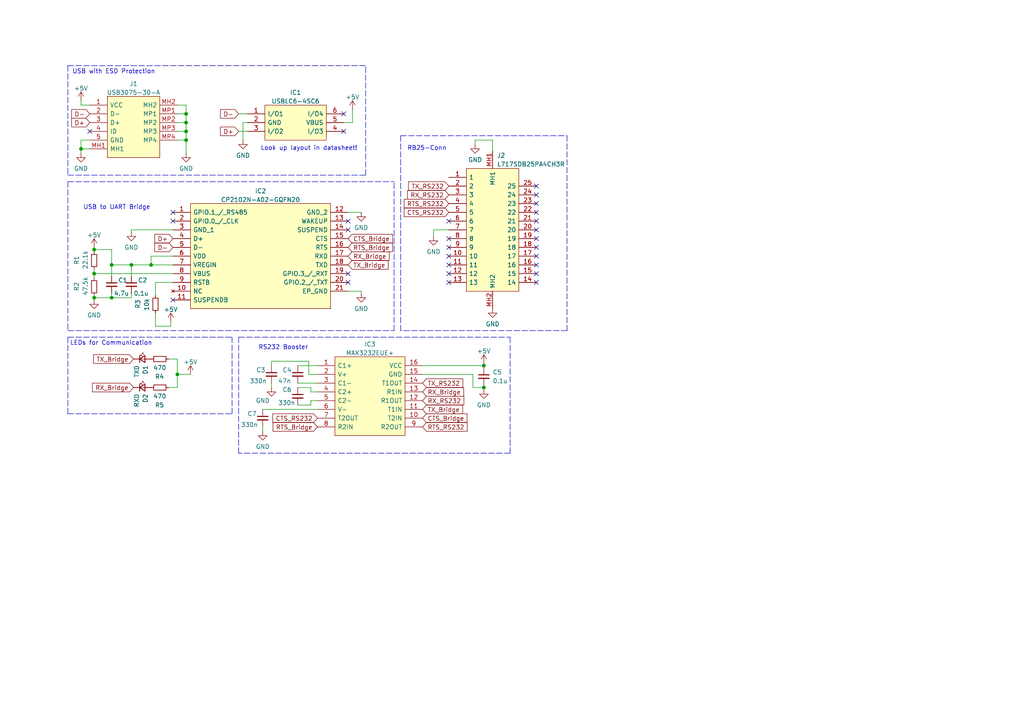
<source format=kicad_sch>
(kicad_sch (version 20211123) (generator eeschema)
  (paper "A4")
  (lib_symbols
    (symbol "Device:C_Small" (pin_numbers hide) (pin_names (offset 0.254) hide)
      (property "Reference" "C" (at 0.254 1.778 0))
      (property "Value" "C_Small" (at 0.254 -2.032 0))
      (symbol "C_Small_0_1"
        (polyline (pts (xy -1.524 -0.508) (xy 1.524 -0.508)) (stroke (width 0.3302)))
        (polyline (pts (xy -1.524 0.508) (xy 1.524 0.508)) (stroke (width 0.3048)))
      )
      (symbol "C_Small_1_1"
        (pin passive line (at 0 2.54 270) (length 2.032) (name "~") (number "1"))
        (pin passive line (at 0 -2.54 90) (length 2.032) (name "~") (number "2"))
      )
    )
    (symbol "Device:LED_Small" (pin_numbers hide) (pin_names (offset 0.254) hide)
      (property "Reference" "D" (at -1.27 3.175 0))
      (property "Value" "LED_Small" (at -4.445 -2.54 0))
      (symbol "LED_Small_0_1"
        (polyline (pts (xy -0.762 -1.016) (xy -0.762 1.016)) (stroke (width 0.254)))
        (polyline (pts (xy 1.016 0) (xy -0.762 0)))
        (polyline (pts (xy 0.762 -1.016) (xy -0.762 0) (xy 0.762 1.016) (xy 0.762 -1.016)) (stroke (width 0.254)))
        (polyline (pts (xy 0 0.762) (xy -0.508 1.27) (xy -0.254 1.27) (xy -0.508 1.27) (xy -0.508 1.016)))
        (polyline (pts (xy 0.508 1.27) (xy 0 1.778) (xy 0.254 1.778) (xy 0 1.778) (xy 0 1.524)))
      )
      (symbol "LED_Small_1_1"
        (pin passive line (at -2.54 0 0) (length 1.778) (name "K") (number "1"))
        (pin passive line (at 2.54 0 180) (length 1.778) (name "A") (number "2"))
      )
    )
    (symbol "Device:R_Small" (pin_numbers hide) (pin_names (offset 0.254) hide)
      (property "Reference" "R" (at 0.762 0.508 0))
      (property "Value" "R_Small" (at 0.762 -1.016 0))
      (symbol "R_Small_0_1"
        (rectangle (start -0.762 1.778) (end 0.762 -1.778) (stroke (width 0.2032)))
      )
      (symbol "R_Small_1_1"
        (pin passive line (at 0 2.54 270) (length 0.762) (name "~") (number "1"))
        (pin passive line (at 0 -2.54 90) (length 0.762) (name "~") (number "2"))
      )
    )
    (symbol "SamacSys_Parts:CP2102N-A02-GQFN20" (pin_names (offset 0.762))
      (property "Reference" "IC" (at 46.99 7.62 0))
      (property "Value" "CP2102N-A02-GQFN20" (at 46.99 5.08 0))
      (symbol "CP2102N-A02-GQFN20_0_0"
        (pin passive line (at 0 0 0) (length 5.08) (name "GPIO.1_/_RS485") (number "1"))
        (pin no_connect line (at 0 -22.86 0) (length 5.08) (name "NC") (number "10"))
        (pin passive line (at 0 -25.4 0) (length 5.08) (name "SUSPENDB") (number "11"))
        (pin passive line (at 50.8 0 180) (length 5.08) (name "GND_2") (number "12"))
        (pin passive line (at 50.8 -2.54 180) (length 5.08) (name "WAKEUP") (number "13"))
        (pin passive line (at 50.8 -5.08 180) (length 5.08) (name "SUSPEND") (number "14"))
        (pin passive line (at 50.8 -7.62 180) (length 5.08) (name "CTS") (number "15"))
        (pin passive line (at 50.8 -10.16 180) (length 5.08) (name "RTS") (number "16"))
        (pin passive line (at 50.8 -12.7 180) (length 5.08) (name "RXD") (number "17"))
        (pin passive line (at 50.8 -15.24 180) (length 5.08) (name "TXD") (number "18"))
        (pin passive line (at 50.8 -17.78 180) (length 5.08) (name "GPIO.3_/_RXT") (number "19"))
        (pin passive line (at 0 -2.54 0) (length 5.08) (name "GPIO.0_/_CLK") (number "2"))
        (pin passive line (at 50.8 -20.32 180) (length 5.08) (name "GPIO.2_/_TXT") (number "20"))
        (pin passive line (at 50.8 -22.86 180) (length 5.08) (name "EP_GND") (number "21"))
        (pin passive line (at 0 -5.08 0) (length 5.08) (name "GND_1") (number "3"))
        (pin passive line (at 0 -7.62 0) (length 5.08) (name "D+") (number "4"))
        (pin passive line (at 0 -10.16 0) (length 5.08) (name "D-") (number "5"))
        (pin passive line (at 0 -12.7 0) (length 5.08) (name "VDD") (number "6"))
        (pin passive line (at 0 -15.24 0) (length 5.08) (name "VREGIN") (number "7"))
        (pin passive line (at 0 -17.78 0) (length 5.08) (name "VBUS") (number "8"))
        (pin passive line (at 0 -20.32 0) (length 5.08) (name "RSTB") (number "9"))
      )
      (symbol "CP2102N-A02-GQFN20_0_1"
        (polyline (pts (xy 5.08 2.54) (xy 45.72 2.54) (xy 45.72 -27.94) (xy 5.08 -27.94) (xy 5.08 2.54)) (stroke (width 0.1524)) (fill (type background)))
      )
    )
    (symbol "SamacSys_Parts:L717SDB25PA4CH3R" (pin_names (offset 0.762))
      (property "Reference" "J" (at 41.91 12.7 0))
      (property "Value" "L717SDB25PA4CH3R" (at 41.91 10.16 0))
      (symbol "L717SDB25PA4CH3R_0_0"
        (pin passive line (at 38.1 12.7 270) (length 5.08) (name "1") (number "1"))
        (pin passive line (at 15.24 12.7 270) (length 5.08) (name "10") (number "10"))
        (pin passive line (at 12.7 12.7 270) (length 5.08) (name "11") (number "11"))
        (pin passive line (at 10.16 12.7 270) (length 5.08) (name "12") (number "12"))
        (pin passive line (at 7.62 12.7 270) (length 5.08) (name "13") (number "13"))
        (pin passive line (at 7.62 -12.7 90) (length 5.08) (name "14") (number "14"))
        (pin passive line (at 10.16 -12.7 90) (length 5.08) (name "15") (number "15"))
        (pin passive line (at 12.7 -12.7 90) (length 5.08) (name "16") (number "16"))
        (pin passive line (at 15.24 -12.7 90) (length 5.08) (name "17") (number "17"))
        (pin passive line (at 17.78 -12.7 90) (length 5.08) (name "18") (number "18"))
        (pin passive line (at 20.32 -12.7 90) (length 5.08) (name "19") (number "19"))
        (pin passive line (at 35.56 12.7 270) (length 5.08) (name "2") (number "2"))
        (pin passive line (at 22.86 -12.7 90) (length 5.08) (name "20") (number "20"))
        (pin passive line (at 25.4 -12.7 90) (length 5.08) (name "21") (number "21"))
        (pin passive line (at 27.94 -12.7 90) (length 5.08) (name "22") (number "22"))
        (pin passive line (at 30.48 -12.7 90) (length 5.08) (name "23") (number "23"))
        (pin passive line (at 33.02 -12.7 90) (length 5.08) (name "24") (number "24"))
        (pin passive line (at 35.56 -12.7 90) (length 5.08) (name "25") (number "25"))
        (pin passive line (at 33.02 12.7 270) (length 5.08) (name "3") (number "3"))
        (pin passive line (at 30.48 12.7 270) (length 5.08) (name "4") (number "4"))
        (pin passive line (at 27.94 12.7 270) (length 5.08) (name "5") (number "5"))
        (pin passive line (at 25.4 12.7 270) (length 5.08) (name "6") (number "6"))
        (pin passive line (at 22.86 12.7 270) (length 5.08) (name "7") (number "7"))
        (pin passive line (at 20.32 12.7 270) (length 5.08) (name "8") (number "8"))
        (pin passive line (at 17.78 12.7 270) (length 5.08) (name "9") (number "9"))
        (pin passive line (at 45.72 0 180) (length 5.08) (name "MH1") (number "MH1"))
        (pin passive line (at 0 0 0) (length 5.08) (name "MH2") (number "MH2"))
      )
      (symbol "L717SDB25PA4CH3R_0_1"
        (polyline (pts (xy 5.08 7.62) (xy 40.64 7.62) (xy 40.64 -7.62) (xy 5.08 -7.62) (xy 5.08 7.62)) (stroke (width 0.1524)) (fill (type background)))
      )
    )
    (symbol "SamacSys_Parts:MAX3232EUE+" (pin_names (offset 0.762))
      (property "Reference" "IC" (at 26.67 7.62 0))
      (property "Value" "MAX3232EUE+" (at 26.67 5.08 0))
      (symbol "MAX3232EUE+_0_0"
        (pin passive line (at 0 0 0) (length 5.08) (name "C1+") (number "1"))
        (pin passive line (at 30.48 -15.24 180) (length 5.08) (name "T2IN") (number "10"))
        (pin passive line (at 30.48 -12.7 180) (length 5.08) (name "T1IN") (number "11"))
        (pin passive line (at 30.48 -10.16 180) (length 5.08) (name "R1OUT") (number "12"))
        (pin passive line (at 30.48 -7.62 180) (length 5.08) (name "R1IN") (number "13"))
        (pin passive line (at 30.48 -5.08 180) (length 5.08) (name "T1OUT") (number "14"))
        (pin passive line (at 30.48 -2.54 180) (length 5.08) (name "GND") (number "15"))
        (pin passive line (at 30.48 0 180) (length 5.08) (name "VCC") (number "16"))
        (pin passive line (at 0 -2.54 0) (length 5.08) (name "V+") (number "2"))
        (pin passive line (at 0 -5.08 0) (length 5.08) (name "C1-") (number "3"))
        (pin passive line (at 0 -7.62 0) (length 5.08) (name "C2+") (number "4"))
        (pin passive line (at 0 -10.16 0) (length 5.08) (name "C2-") (number "5"))
        (pin passive line (at 0 -12.7 0) (length 5.08) (name "V-") (number "6"))
        (pin passive line (at 0 -15.24 0) (length 5.08) (name "T2OUT") (number "7"))
        (pin passive line (at 0 -17.78 0) (length 5.08) (name "R2IN") (number "8"))
        (pin passive line (at 30.48 -17.78 180) (length 5.08) (name "R2OUT") (number "9"))
      )
      (symbol "MAX3232EUE+_0_1"
        (polyline (pts (xy 5.08 2.54) (xy 25.4 2.54) (xy 25.4 -20.32) (xy 5.08 -20.32) (xy 5.08 2.54)) (stroke (width 0.1524)) (fill (type background)))
      )
    )
    (symbol "SamacSys_Parts:USB3075-30-A" (pin_names (offset 0.762))
      (property "Reference" "J" (at 21.59 7.62 0))
      (property "Value" "USB3075-30-A" (at 21.59 5.08 0))
      (symbol "USB3075-30-A_0_0"
        (pin passive line (at 0 0 0) (length 5.08) (name "VCC") (number "1"))
        (pin passive line (at 0 -2.54 0) (length 5.08) (name "D-") (number "2"))
        (pin passive line (at 0 -5.08 0) (length 5.08) (name "D+") (number "3"))
        (pin passive line (at 0 -7.62 0) (length 5.08) (name "ID") (number "4"))
        (pin passive line (at 0 -10.16 0) (length 5.08) (name "GND") (number "5"))
        (pin passive line (at 0 -12.7 0) (length 5.08) (name "MH1") (number "MH1"))
        (pin passive line (at 25.4 0 180) (length 5.08) (name "MH2") (number "MH2"))
        (pin passive line (at 25.4 -2.54 180) (length 5.08) (name "MP1") (number "MP1"))
        (pin passive line (at 25.4 -5.08 180) (length 5.08) (name "MP2") (number "MP2"))
        (pin passive line (at 25.4 -7.62 180) (length 5.08) (name "MP3") (number "MP3"))
        (pin passive line (at 25.4 -10.16 180) (length 5.08) (name "MP4") (number "MP4"))
      )
      (symbol "USB3075-30-A_0_1"
        (polyline (pts (xy 5.08 2.54) (xy 20.32 2.54) (xy 20.32 -15.24) (xy 5.08 -15.24) (xy 5.08 2.54)) (stroke (width 0.1524)) (fill (type background)))
      )
    )
    (symbol "SamacSys_Parts:USBLC6-4SC6" (pin_names (offset 0.762))
      (property "Reference" "IC" (at 24.13 7.62 0))
      (property "Value" "USBLC6-4SC6" (at 24.13 5.08 0))
      (symbol "USBLC6-4SC6_0_0"
        (pin passive line (at 0 0 0) (length 5.08) (name "I/O1") (number "1"))
        (pin passive line (at 0 -2.54 0) (length 5.08) (name "GND") (number "2"))
        (pin passive line (at 0 -5.08 0) (length 5.08) (name "I/O2") (number "3"))
        (pin passive line (at 27.94 -5.08 180) (length 5.08) (name "I/O3") (number "4"))
        (pin passive line (at 27.94 -2.54 180) (length 5.08) (name "VBUS") (number "5"))
        (pin passive line (at 27.94 0 180) (length 5.08) (name "I/O4") (number "6"))
      )
      (symbol "USBLC6-4SC6_0_1"
        (polyline (pts (xy 5.08 2.54) (xy 22.86 2.54) (xy 22.86 -7.62) (xy 5.08 -7.62) (xy 5.08 2.54)) (stroke (width 0.1524)) (fill (type background)))
      )
    )
    (symbol "power:+5V" (power) (pin_names (offset 0))
      (property "Value" "+5V" (at 0 3.556 0))
      (symbol "+5V_0_1"
        (polyline (pts (xy -0.762 1.27) (xy 0 2.54)))
        (polyline (pts (xy 0 0) (xy 0 2.54)))
        (polyline (pts (xy 0 2.54) (xy 0.762 1.27)))
      )
      (symbol "+5V_1_1"
        (pin power_in line (at 0 0 90) (length 0) hide (name "+5V") (number "1"))
      )
    )
    (symbol "power:GND" (power) (pin_names (offset 0))
      (property "Value" "GND" (at 0 -3.81 0))
      (symbol "GND_0_1"
        (polyline (pts (xy 0 0) (xy 0 -1.27) (xy 1.27 -1.27) (xy 0 -2.54) (xy -1.27 -1.27) (xy 0 -1.27)))
      )
      (symbol "GND_1_1"
        (pin power_in line (at 0 0 270) (length 0) hide (name "GND") (number "1"))
      )
    )
  )
  (junction (at 51.435 108.585))
  (junction (at 53.975 33.02))
  (junction (at 140.335 112.395))
  (junction (at 53.975 38.1))
  (junction (at 27.305 79.375))
  (junction (at 43.815 76.835))
  (junction (at 27.305 72.39))
  (junction (at 32.385 86.36))
  (junction (at 140.335 106.045))
  (junction (at 23.495 43.18))
  (junction (at 53.975 40.64))
  (junction (at 53.975 35.56))
  (junction (at 27.305 86.36))
  (junction (at 38.1 76.835))
  (junction (at 32.385 76.835))
  (no_connect (at 100.965 81.915))
  (no_connect (at 100.965 79.375))
  (no_connect (at 100.965 66.675))
  (no_connect (at 100.965 64.135))
  (no_connect (at 50.165 61.595))
  (no_connect (at 50.165 64.135))
  (no_connect (at 50.165 86.995))
  (no_connect (at 155.575 66.675))
  (no_connect (at 130.175 79.375))
  (no_connect (at 130.175 74.295))
  (no_connect (at 130.175 64.135))
  (no_connect (at 155.575 79.375))
  (no_connect (at 155.575 74.295))
  (no_connect (at 155.575 76.835))
  (no_connect (at 130.175 81.915))
  (no_connect (at 155.575 56.515))
  (no_connect (at 155.575 59.055))
  (no_connect (at 155.575 53.975))
  (no_connect (at 155.575 69.215))
  (no_connect (at 155.575 64.135))
  (no_connect (at 130.175 71.755))
  (no_connect (at 155.575 61.595))
  (no_connect (at 155.575 71.755))
  (no_connect (at 130.175 69.215))
  (no_connect (at 155.575 81.915))
  (no_connect (at 130.175 76.835))
  (no_connect (at 99.695 38.1))
  (no_connect (at 99.695 33.02))
  (no_connect (at 26.035 38.1))
  (wire (pts (xy 70.485 40.64) (xy 70.485 35.56)))
  (polyline (pts (xy 116.205 39.37) (xy 116.205 95.885)))
  (polyline (pts (xy 164.465 39.37) (xy 164.465 95.885)))
  (wire (pts (xy 32.385 76.835) (xy 32.385 72.39)))
  (wire (pts (xy 125.73 66.675) (xy 125.73 68.58)))
  (wire (pts (xy 27.305 86.36) (xy 27.305 86.995)))
  (wire (pts (xy 23.495 44.45) (xy 23.495 43.18)))
  (wire (pts (xy 76.2 118.745) (xy 92.075 118.745)))
  (wire (pts (xy 51.435 38.1) (xy 53.975 38.1)))
  (polyline (pts (xy 67.31 120.015) (xy 67.31 97.79)))
  (wire (pts (xy 140.335 111.76) (xy 140.335 112.395)))
  (wire (pts (xy 51.435 108.585) (xy 51.435 104.14)))
  (polyline (pts (xy 19.685 97.79) (xy 67.31 97.79)))
  (wire (pts (xy 53.975 35.56) (xy 53.975 33.02)))
  (wire (pts (xy 86.36 111.125) (xy 92.075 111.125)))
  (wire (pts (xy 104.775 85.09) (xy 104.775 84.455)))
  (wire (pts (xy 45.085 90.805) (xy 45.085 94.615)))
  (wire (pts (xy 49.53 94.615) (xy 45.085 94.615)))
  (wire (pts (xy 122.555 106.045) (xy 140.335 106.045)))
  (wire (pts (xy 43.815 76.835) (xy 38.1 76.835)))
  (wire (pts (xy 53.975 44.45) (xy 53.975 40.64)))
  (wire (pts (xy 53.975 38.1) (xy 53.975 35.56)))
  (wire (pts (xy 23.495 40.64) (xy 26.035 40.64)))
  (polyline (pts (xy 114.3 95.885) (xy 114.3 52.705)))
  (wire (pts (xy 78.74 111.125) (xy 78.74 112.395)))
  (wire (pts (xy 55.245 108.585) (xy 51.435 108.585)))
  (wire (pts (xy 38.1 76.835) (xy 38.1 80.01)))
  (polyline (pts (xy 69.215 97.79) (xy 147.955 97.79)))
  (wire (pts (xy 51.435 35.56) (xy 53.975 35.56)))
  (wire (pts (xy 140.335 112.395) (xy 137.16 112.395)))
  (wire (pts (xy 137.16 112.395) (xy 137.16 108.585)))
  (wire (pts (xy 38.1 76.835) (xy 32.385 76.835)))
  (wire (pts (xy 69.215 33.02) (xy 71.755 33.02)))
  (wire (pts (xy 45.085 81.915) (xy 50.165 81.915)))
  (wire (pts (xy 38.1 86.36) (xy 32.385 86.36)))
  (polyline (pts (xy 147.955 131.445) (xy 69.215 131.445)))
  (wire (pts (xy 51.435 33.02) (xy 53.975 33.02)))
  (wire (pts (xy 49.53 93.345) (xy 49.53 94.615)))
  (wire (pts (xy 23.495 43.18) (xy 26.035 43.18)))
  (wire (pts (xy 100.965 61.595) (xy 104.775 61.595)))
  (wire (pts (xy 89.535 104.775) (xy 78.74 104.775)))
  (wire (pts (xy 32.385 76.835) (xy 32.385 80.01)))
  (wire (pts (xy 137.795 40.64) (xy 142.875 40.64)))
  (wire (pts (xy 27.305 85.725) (xy 27.305 86.36)))
  (wire (pts (xy 27.305 72.39) (xy 27.305 73.025)))
  (polyline (pts (xy 116.205 39.37) (xy 164.465 39.37)))
  (polyline (pts (xy 19.685 95.885) (xy 114.3 95.885)))
  (wire (pts (xy 140.335 112.395) (xy 140.335 113.03)))
  (wire (pts (xy 51.435 40.64) (xy 53.975 40.64)))
  (wire (pts (xy 90.17 116.205) (xy 92.075 116.205)))
  (wire (pts (xy 27.305 79.375) (xy 50.165 79.375)))
  (polyline (pts (xy 19.685 120.015) (xy 67.31 120.015)))
  (polyline (pts (xy 19.685 19.05) (xy 19.685 50.8)))
  (wire (pts (xy 92.075 108.585) (xy 89.535 108.585)))
  (wire (pts (xy 142.875 40.64) (xy 142.875 43.815)))
  (wire (pts (xy 102.235 35.56) (xy 102.235 31.75)))
  (wire (pts (xy 51.435 112.395) (xy 51.435 108.585)))
  (wire (pts (xy 86.36 106.045) (xy 92.075 106.045)))
  (wire (pts (xy 53.975 30.48) (xy 51.435 30.48)))
  (wire (pts (xy 86.36 117.475) (xy 90.17 117.475)))
  (polyline (pts (xy 147.955 97.79) (xy 147.955 131.445)))
  (wire (pts (xy 70.485 35.56) (xy 71.755 35.56)))
  (polyline (pts (xy 19.685 52.705) (xy 19.685 95.885)))
  (polyline (pts (xy 69.215 97.79) (xy 69.215 131.445)))
  (wire (pts (xy 92.075 113.665) (xy 90.17 113.665)))
  (wire (pts (xy 122.555 108.585) (xy 137.16 108.585)))
  (wire (pts (xy 38.1 85.09) (xy 38.1 86.36)))
  (polyline (pts (xy 106.045 50.8) (xy 106.045 19.05)))
  (wire (pts (xy 23.495 30.48) (xy 26.035 30.48)))
  (wire (pts (xy 125.73 66.675) (xy 130.175 66.675)))
  (wire (pts (xy 38.1 66.675) (xy 50.165 66.675)))
  (wire (pts (xy 69.215 38.1) (xy 71.755 38.1)))
  (wire (pts (xy 76.2 123.825) (xy 76.2 125.095)))
  (wire (pts (xy 99.695 35.56) (xy 102.235 35.56)))
  (wire (pts (xy 43.815 74.295) (xy 43.815 76.835)))
  (wire (pts (xy 53.975 40.64) (xy 53.975 38.1)))
  (wire (pts (xy 32.385 86.36) (xy 27.305 86.36)))
  (polyline (pts (xy 19.685 19.05) (xy 106.045 19.05)))
  (wire (pts (xy 90.17 117.475) (xy 90.17 116.205)))
  (polyline (pts (xy 19.685 50.8) (xy 106.045 50.8)))
  (wire (pts (xy 90.17 113.665) (xy 90.17 112.395)))
  (polyline (pts (xy 19.685 52.705) (xy 114.3 52.705)))
  (wire (pts (xy 104.775 84.455) (xy 100.965 84.455)))
  (wire (pts (xy 45.085 81.915) (xy 45.085 85.725)))
  (wire (pts (xy 50.165 74.295) (xy 43.815 74.295)))
  (wire (pts (xy 32.385 85.09) (xy 32.385 86.36)))
  (polyline (pts (xy 164.465 95.885) (xy 116.205 95.885)))
  (wire (pts (xy 27.305 71.755) (xy 27.305 72.39)))
  (wire (pts (xy 53.975 33.02) (xy 53.975 30.48)))
  (wire (pts (xy 27.305 79.375) (xy 27.305 80.645)))
  (wire (pts (xy 140.335 106.045) (xy 140.335 106.68)))
  (wire (pts (xy 27.305 78.105) (xy 27.305 79.375)))
  (polyline (pts (xy 19.685 97.79) (xy 19.685 120.015)))
  (wire (pts (xy 78.74 104.775) (xy 78.74 106.045)))
  (wire (pts (xy 90.17 112.395) (xy 86.36 112.395)))
  (wire (pts (xy 32.385 72.39) (xy 27.305 72.39)))
  (wire (pts (xy 23.495 43.18) (xy 23.495 40.64)))
  (wire (pts (xy 23.495 29.21) (xy 23.495 30.48)))
  (wire (pts (xy 50.165 76.835) (xy 43.815 76.835)))
  (wire (pts (xy 89.535 108.585) (xy 89.535 104.775)))
  (wire (pts (xy 38.1 67.31) (xy 38.1 66.675)))
  (wire (pts (xy 140.335 105.41) (xy 140.335 106.045)))
  (wire (pts (xy 51.435 104.14) (xy 48.895 104.14)))
  (wire (pts (xy 137.795 41.91) (xy 137.795 40.64)))
  (wire (pts (xy 48.895 112.395) (xy 51.435 112.395)))
  (text "RB25-Conn" (at 118.11 43.815 0) (effects (font (size 1.27 1.27)) (justify left bottom)))
  (text "RS232 Booster" (at 74.93 101.6 0) (effects (font (size 1.27 1.27)) (justify left bottom)))
  (text "USB with ESD Protection" (at 20.955 21.59 0) (effects (font (size 1.27 1.27)) (justify left bottom)))
  (text "USB to UART Bridge" (at 24.13 60.96 0) (effects (font (size 1.27 1.27)) (justify left bottom)))
  (text "LEDs for Communication" (at 20.32 100.33 0) (effects (font (size 1.27 1.27)) (justify left bottom)))
  (text "Look up layout in datasheet!" (at 75.565 43.815 0) (effects (font (size 1.27 1.27)) (justify left bottom)))
  (global_label "CTS_Bridge" (shape input) (at 122.555 121.285 0) (property "Intersheet References" "${INTERSHEET_REFS}" (effects hide)))
  (global_label "TX_Bridge" (shape input) (at 100.965 76.835 0) (property "Intersheet References" "${INTERSHEET_REFS}" (effects hide)))
  (global_label "D-" (shape input) (at 69.215 33.02 180) (property "Intersheet References" "${INTERSHEET_REFS}" (effects hide)))
  (global_label "RX_Bridge" (shape input) (at 100.965 74.295 0) (property "Intersheet References" "${INTERSHEET_REFS}" (effects hide)))
  (global_label "RX_RS232" (shape input) (at 122.555 116.205 0) (property "Intersheet References" "${INTERSHEET_REFS}" (effects hide)))
  (global_label "RTS_Bridge" (shape input) (at 100.965 71.755 0) (property "Intersheet References" "${INTERSHEET_REFS}" (effects hide)))
  (global_label "D+" (shape input) (at 50.165 69.215 180) (property "Intersheet References" "${INTERSHEET_REFS}" (effects hide)))
  (global_label "CTS_Bridge" (shape input) (at 100.965 69.215 0) (property "Intersheet References" "${INTERSHEET_REFS}" (effects hide)))
  (global_label "TX_RS232" (shape input) (at 122.555 111.125 0) (property "Intersheet References" "${INTERSHEET_REFS}" (effects hide)))
  (global_label "TX_Bridge" (shape input) (at 122.555 118.745 0) (property "Intersheet References" "${INTERSHEET_REFS}" (effects hide)))
  (global_label "RX_Bridge" (shape input) (at 38.735 112.395 180) (property "Intersheet References" "${INTERSHEET_REFS}" (effects hide)))
  (global_label "RTS_Bridge" (shape input) (at 92.075 123.825 180) (property "Intersheet References" "${INTERSHEET_REFS}" (effects hide)))
  (global_label "RX_Bridge" (shape input) (at 122.555 113.665 0) (property "Intersheet References" "${INTERSHEET_REFS}" (effects hide)))
  (global_label "D+" (shape input) (at 26.035 35.56 180) (property "Intersheet References" "${INTERSHEET_REFS}" (effects hide)))
  (global_label "CTS_RS232" (shape input) (at 92.075 121.285 180) (property "Intersheet References" "${INTERSHEET_REFS}" (effects hide)))
  (global_label "D+" (shape input) (at 69.215 38.1 180) (property "Intersheet References" "${INTERSHEET_REFS}" (effects hide)))
  (global_label "TX_RS232" (shape input) (at 130.175 53.975 180) (property "Intersheet References" "${INTERSHEET_REFS}" (effects hide)))
  (global_label "RTS_RS232" (shape input) (at 122.555 123.825 0) (property "Intersheet References" "${INTERSHEET_REFS}" (effects hide)))
  (global_label "CTS_RS232" (shape input) (at 130.175 61.595 180) (property "Intersheet References" "${INTERSHEET_REFS}" (effects hide)))
  (global_label "D-" (shape input) (at 50.165 71.755 180) (property "Intersheet References" "${INTERSHEET_REFS}" (effects hide)))
  (global_label "TX_Bridge" (shape input) (at 38.735 104.14 180) (property "Intersheet References" "${INTERSHEET_REFS}" (effects hide)))
  (global_label "RX_RS232" (shape input) (at 130.175 56.515 180) (property "Intersheet References" "${INTERSHEET_REFS}" (effects hide)))
  (global_label "RTS_RS232" (shape input) (at 130.175 59.055 180) (property "Intersheet References" "${INTERSHEET_REFS}" (effects hide)))
  (global_label "D-" (shape input) (at 26.035 33.02 180) (property "Intersheet References" "${INTERSHEET_REFS}" (effects hide)))
  (symbol (lib_id "power:+5V") (at 102.235 31.75 0) (unit 1)
    (property "Reference" "#PWR02" (effects hide))
    (property "Value" "+5V" (at 102.235 28.1742 0))
  )
  (symbol (lib_id "Device:R_Small") (at 45.085 88.265 0) (unit 1)
    (property "Reference" "R3" (at 40.005 89.535 90) (effects (justify left)))
    (property "Value" "10k" (at 42.545 90.17 90) (effects (justify left)))
    (property "Footprint" "Resistor_SMD:R_0603_1608Metric" (effects hide))
  )
  (symbol (lib_id "Device:C_Small") (at 32.385 82.55 0) (unit 1)
    (property "Reference" "C1" (at 34.29 81.28 0) (effects (justify left)))
    (property "Value" "4.7u" (at 33.02 85.09 0) (effects (justify left)))
    (property "Footprint" "Capacitor_SMD:C_0603_1608Metric" (effects hide))
  )
  (symbol (lib_id "power:+5V") (at 27.305 71.755 0) (unit 1)
    (property "Reference" "#PWR010" (effects hide))
    (property "Value" "+5V" (at 27.305 68.1792 0))
  )
  (symbol (lib_id "SamacSys_Parts:USB3075-30-A") (at 26.035 30.48 0) (unit 1)
    (property "Reference" "J1" (at 38.735 24.291 0))
    (property "Value" "USB3075-30-A" (at 38.735 26.8279 0))
    (property "Footprint" "SamacSys_Parts:USB307530A" (effects hide))
    (property "Datasheet" "https://componentsearchengine.com/Datasheets/2/USB3075-30-A.pdf" (effects hide))
    (property "Description" "GCT (GLOBAL CONNECTOR TECHNOLOGY) - USB3075-30-A - USB Connector, Micro USB Type B, USB 2.0, Receptacle, 5 Ways, Surface Mount, Right Angle" (effects hide))
    (property "Height" "2.7" (effects hide))
    (property "Mouser Part Number" "640-USB3075-30-A" (effects hide))
    (property "Mouser Price/Stock" "https://www.mouser.co.uk/ProductDetail/GCT/USB3075-30-A?qs=KUoIvG%2F9IlbGMJplbp1ybA%3D%3D" (effects hide))
    (property "Manufacturer_Name" "GCT (GLOBAL CONNECTOR TECHNOLOGY)" (effects hide))
    (property "Manufacturer_Part_Number" "USB3075-30-A" (effects hide))
    (property "MFN" "USB3075-30-A" (effects hide))
  )
  (symbol (lib_id "SamacSys_Parts:MAX3232EUE+") (at 92.075 106.045 0) (unit 1)
    (property "Reference" "IC3" (at 107.315 99.856 0))
    (property "Value" "MAX3232EUE+" (at 107.315 102.3929 0))
    (property "Footprint" "SamacSys_Parts:SOP65P640X110-16N" (effects hide))
    (property "Datasheet" "https://componentsearchengine.com/Datasheets/2/MAX3232EUE+.pdf" (effects hide))
    (property "Description" "Maxim MAX3232EUE+, Line Transceiver, EIA/TIA-232/ EIA/TIA-562/ RS-232 2-TX 2-RX 2-TRX, 3  5.5 V, 16-Pin TSSOP" (effects hide))
    (property "Height" "1.1" (effects hide))
    (property "Mouser Part Number" "700-MAX3232EUE" (effects hide))
    (property "Mouser Price/Stock" "https://www.mouser.co.uk/ProductDetail/Maxim-Integrated/MAX3232EUE%2b?qs=1THa7WoU59Er8Mx2bX3GdA%3D%3D" (effects hide))
    (property "Manufacturer_Name" "Maxim Integrated" (effects hide))
    (property "Manufacturer_Part_Number" "MAX3232EUE+" (effects hide))
    (property "MFN" "MAX3232EUE+" (effects hide))
  )
  (symbol (lib_id "power:GND") (at 142.875 89.535 0) (unit 1)
    (property "Reference" "#PWR012" (effects hide))
    (property "Value" "GND" (at 142.875 93.9784 0))
  )
  (symbol (lib_id "Device:R_Small") (at 27.305 75.565 0) (unit 1)
    (property "Reference" "R1" (at 22.225 76.835 90) (effects (justify left)))
    (property "Value" "22.1k" (at 24.765 78.105 90) (effects (justify left)))
    (property "Footprint" "Resistor_SMD:R_0603_1608Metric" (effects hide))
  )
  (symbol (lib_id "power:GND") (at 27.305 86.995 0) (unit 1)
    (property "Reference" "#PWR011" (effects hide))
    (property "Value" "GND" (at 27.305 91.4384 0))
  )
  (symbol (lib_id "power:GND") (at 78.74 112.395 0) (unit 1)
    (property "Reference" "#PWR016" (effects hide))
    (property "Value" "GND" (at 76.2 116.205 0))
  )
  (symbol (lib_id "power:GND") (at 137.795 41.91 0) (unit 1)
    (property "Reference" "#PWR04" (effects hide))
    (property "Value" "GND" (at 137.795 46.3534 0))
  )
  (symbol (lib_id "Device:LED_Small") (at 41.275 104.14 0) (unit 1)
    (property "Reference" "D1" (at 42.1732 105.918 90) (effects (justify right)))
    (property "Value" "TXD" (at 39.6363 105.918 90) (effects (justify right)))
    (property "Footprint" "LED_SMD:LED_0603_1608Metric" (effects hide))
  )
  (symbol (lib_id "Device:C_Small") (at 140.335 109.22 0) (unit 1)
    (property "Reference" "C5" (at 142.875 107.95 0) (effects (justify left)))
    (property "Value" "0.1u" (at 142.875 110.49 0) (effects (justify left)))
    (property "Footprint" "Capacitor_SMD:C_0603_1608Metric" (effects hide))
  )
  (symbol (lib_id "power:GND") (at 23.495 44.45 0) (unit 1)
    (property "Reference" "#PWR05" (effects hide))
    (property "Value" "GND" (at 23.495 48.8934 0))
  )
  (symbol (lib_id "Device:C_Small") (at 78.74 108.585 0) (unit 1)
    (property "Reference" "C3" (at 74.295 107.315 0) (effects (justify left)))
    (property "Value" "330n" (at 72.39 110.49 0) (effects (justify left)))
    (property "Footprint" "Capacitor_SMD:C_0603_1608Metric" (effects hide))
  )
  (symbol (lib_id "power:+5V") (at 23.495 29.21 0) (unit 1)
    (property "Reference" "#PWR01" (effects hide))
    (property "Value" "+5V" (at 23.495 25.6342 0))
  )
  (symbol (lib_id "power:GND") (at 104.775 61.595 0) (unit 1)
    (property "Reference" "#PWR07" (effects hide))
    (property "Value" "GND" (at 104.775 66.0384 0))
  )
  (symbol (lib_id "SamacSys_Parts:CP2102N-A02-GQFN20") (at 50.165 61.595 0) (unit 1)
    (property "Reference" "IC2" (at 75.565 55.406 0))
    (property "Value" "CP2102N-A02-GQFN20" (at 75.565 57.9429 0))
    (property "Footprint" "SamacSys_Parts:CP2102NA02GQFN20" (effects hide))
    (property "Datasheet" "https://www.silabs.com/documents/public/data-sheets/cp2102n-datasheet.pdf" (effects hide))
    (property "Description" "USB Interface IC USB to UART bridge - QFN20" (effects hide))
    (property "Height" "0.8" (effects hide))
    (property "Mouser Part Number" "634-CP2102NA02GQFN20" (effects hide))
    (property "Mouser Price/Stock" "https://www.mouser.co.uk/ProductDetail/Silicon-Labs/CP2102N-A02-GQFN20?qs=u16ybLDytRaG8WdlP0fT2g%3D%3D" (effects hide))
    (property "Manufacturer_Name" "Silicon Labs" (effects hide))
    (property "Manufacturer_Part_Number" "CP2102N-A02-GQFN20" (effects hide))
    (property "MFN" "CP2102N-A02-GQFN20" (effects hide))
  )
  (symbol (lib_id "power:+5V") (at 140.335 105.41 0) (unit 1)
    (property "Reference" "#PWR014" (effects hide))
    (property "Value" "+5V" (at 140.335 101.8342 0))
  )
  (symbol (lib_id "power:+5V") (at 49.53 93.345 0) (unit 1)
    (property "Reference" "#PWR013" (effects hide))
    (property "Value" "+5V" (at 49.53 89.7692 0))
  )
  (symbol (lib_id "Device:C_Small") (at 86.36 108.585 0) (unit 1)
    (property "Reference" "C4" (at 81.915 107.315 0) (effects (justify left)))
    (property "Value" "47n" (at 80.645 110.49 0) (effects (justify left)))
    (property "Footprint" "Capacitor_SMD:C_0603_1608Metric" (effects hide))
  )
  (symbol (lib_id "Device:R_Small") (at 27.305 83.185 0) (unit 1)
    (property "Reference" "R2" (at 22.225 84.455 90) (effects (justify left)))
    (property "Value" "47.5k" (at 24.765 85.725 90) (effects (justify left)))
    (property "Footprint" "Resistor_SMD:R_0603_1608Metric" (effects hide))
  )
  (symbol (lib_id "Device:R_Small") (at 46.355 112.395 90) (unit 1)
    (property "Reference" "R5" (at 47.625 117.475 90) (effects (justify left)))
    (property "Value" "470" (at 48.26 114.935 90) (effects (justify left)))
    (property "Footprint" "Resistor_SMD:R_0603_1608Metric" (effects hide))
  )
  (symbol (lib_id "Device:LED_Small") (at 41.275 112.395 0) (unit 1)
    (property "Reference" "D2" (at 42.1732 114.173 90) (effects (justify right)))
    (property "Value" "RXD" (at 39.6363 114.173 90) (effects (justify right)))
    (property "Footprint" "LED_SMD:LED_0603_1608Metric" (effects hide))
  )
  (symbol (lib_id "power:GND") (at 38.1 67.31 0) (unit 1)
    (property "Reference" "#PWR08" (effects hide))
    (property "Value" "GND" (at 38.1 71.7534 0))
  )
  (symbol (lib_id "SamacSys_Parts:USBLC6-4SC6") (at 71.755 33.02 0) (unit 1)
    (property "Reference" "IC1" (at 85.725 26.831 0))
    (property "Value" "USBLC6-4SC6" (at 85.725 29.3679 0))
    (property "Footprint" "SamacSys_Parts:SOT95P280X145-6N" (effects hide))
    (property "Datasheet" "http://www.st.com/st-web-ui/static/active/en/resource/technical/document/datasheet/CD00047494.pdf" (effects hide))
    (property "Description" "TVS Diode Array Uni-Directional USBLC6-4SC6 17V, SOT-23 6-Pin" (effects hide))
    (property "Height" "1.45" (effects hide))
    (property "Mouser Part Number" "511-USBLC6-4SC6" (effects hide))
    (property "Mouser Price/Stock" "https://www.mouser.co.uk/ProductDetail/STMicroelectronics/USBLC6-4SC6?qs=k9dH%2Fx4GHJCNdehb8zInZg%3D%3D" (effects hide))
    (property "Manufacturer_Name" "STMicroelectronics" (effects hide))
    (property "Manufacturer_Part_Number" "USBLC6-4SC6" (effects hide))
    (property "MFN" "USBLC6-4SC6" (effects hide))
  )
  (symbol (lib_id "power:GND") (at 76.2 125.095 0) (unit 1)
    (property "Reference" "#PWR018" (effects hide))
    (property "Value" "GND" (at 76.2 129.5384 0))
  )
  (symbol (lib_id "Device:C_Small") (at 86.36 114.935 0) (unit 1)
    (property "Reference" "C6" (at 81.915 113.03 0) (effects (justify left)))
    (property "Value" "330n" (at 80.645 116.84 0) (effects (justify left)))
    (property "Footprint" "Capacitor_SMD:C_0603_1608Metric" (effects hide))
  )
  (symbol (lib_id "power:GND") (at 125.73 68.58 0) (unit 1)
    (property "Reference" "#PWR09" (effects hide))
    (property "Value" "GND" (at 125.73 73.0234 0))
  )
  (symbol (lib_id "power:GND") (at 140.335 113.03 0) (unit 1)
    (property "Reference" "#PWR017" (effects hide))
    (property "Value" "GND" (at 140.335 117.4734 0))
  )
  (symbol (lib_id "power:GND") (at 70.485 40.64 0) (unit 1)
    (property "Reference" "#PWR03" (effects hide))
    (property "Value" "GND" (at 70.485 45.0834 0))
  )
  (symbol (lib_id "Device:R_Small") (at 46.355 104.14 90) (unit 1)
    (property "Reference" "R4" (at 47.625 109.22 90) (effects (justify left)))
    (property "Value" "470" (at 48.26 106.68 90) (effects (justify left)))
    (property "Footprint" "Resistor_SMD:R_0603_1608Metric" (effects hide))
  )
  (symbol (lib_id "power:GND") (at 53.975 44.45 0) (unit 1)
    (property "Reference" "#PWR06" (effects hide))
    (property "Value" "GND" (at 53.975 48.8934 0))
  )
  (symbol (lib_id "power:GND") (at 104.775 85.09 0) (unit 1)
    (property "Reference" "#PWR?" (effects hide))
    (property "Value" "GND" (at 104.775 89.5334 0))
  )
  (symbol (lib_id "Device:C_Small") (at 76.2 121.285 0) (unit 1)
    (property "Reference" "C7" (at 71.755 120.015 0) (effects (justify left)))
    (property "Value" "330n" (at 69.85 123.19 0) (effects (justify left)))
    (property "Footprint" "Capacitor_SMD:C_0603_1608Metric" (effects hide))
  )
  (symbol (lib_id "Device:C_Small") (at 38.1 82.55 0) (unit 1)
    (property "Reference" "C2" (at 40.005 81.28 0) (effects (justify left)))
    (property "Value" "0.1u" (at 38.735 85.09 0) (effects (justify left)))
    (property "Footprint" "Capacitor_SMD:C_0603_1608Metric" (effects hide))
  )
  (symbol (lib_id "power:+5V") (at 55.245 108.585 0) (unit 1)
    (property "Reference" "#PWR015" (effects hide))
    (property "Value" "+5V" (at 55.245 105.0092 0))
  )
  (symbol (lib_id "SamacSys_Parts:L717SDB25PA4CH3R") (at 142.875 89.535 90) (unit 1)
    (property "Reference" "J2" (at 144.145 45.085 90) (effects (justify right)))
    (property "Value" "L717SDB25PA4CH3R" (at 144.145 47.625 90) (effects (justify right)))
    (property "Footprint" "SamacSys_Parts:L717SDB25PA4CH3R" (effects hide))
    (property "Datasheet" "https://componentsearchengine.com/Datasheets/1/L717SDB25PA4CH3R.pdf" (effects hide))
    (property "Description" "D-Sub Standard Connectors 25P Sz B Std Density Pin Rear Insert M3" (effects hide))
    (property "Height" "12.55" (effects hide))
    (property "Mouser Part Number" "523-L717SDB25PA4CH3R" (effects hide))
    (property "Mouser Price/Stock" "https://www.mouser.co.uk/ProductDetail/Amphenol-Commercial-Products/L717SDB25PA4CH3R?qs=wLKqLMNa9uLx5EBU2ISlaA%3D%3D" (effects hide))
    (property "Manufacturer_Name" "Amphenol" (effects hide))
    (property "Manufacturer_Part_Number" "L717SDB25PA4CH3R" (effects hide))
    (property "MFN" "USB3075-30-A" (effects hide))
  )
)
</source>
